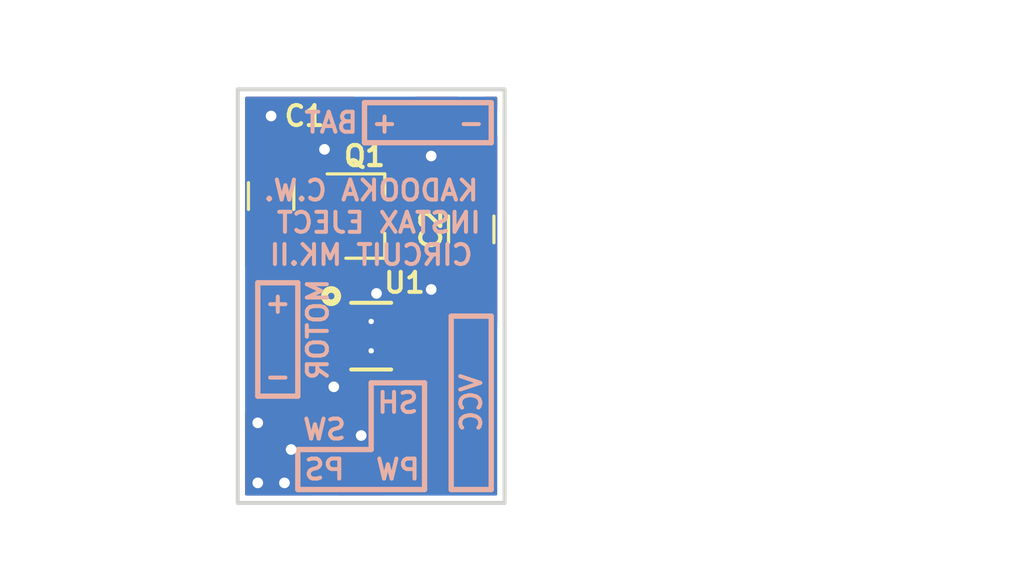
<source format=kicad_pcb>
(kicad_pcb (version 4) (host pcbnew 4.0.6)

  (general
    (links 28)
    (no_connects 0)
    (area 134.924999 93.174999 145.075001 108.825001)
    (thickness 1.6)
    (drawings 40)
    (tracks 54)
    (zones 0)
    (modules 14)
    (nets 9)
  )

  (page A4)
  (layers
    (0 F.Cu signal)
    (31 B.Cu signal)
    (32 B.Adhes user)
    (33 F.Adhes user)
    (34 B.Paste user)
    (35 F.Paste user)
    (36 B.SilkS user)
    (37 F.SilkS user)
    (38 B.Mask user)
    (39 F.Mask user)
    (40 Dwgs.User user)
    (41 Cmts.User user)
    (42 Eco1.User user)
    (43 Eco2.User user)
    (44 Edge.Cuts user)
    (45 Margin user)
    (46 B.CrtYd user)
    (47 F.CrtYd user)
    (48 B.Fab user)
    (49 F.Fab user)
  )

  (setup
    (last_trace_width 0.25)
    (user_trace_width 0.4572)
    (trace_clearance 0.2)
    (zone_clearance 0.2)
    (zone_45_only no)
    (trace_min 0.2)
    (segment_width 0.2)
    (edge_width 0.15)
    (via_size 0.6)
    (via_drill 0.4)
    (via_min_size 0.4)
    (via_min_drill 0.3)
    (user_via 0.4 0.3)
    (uvia_size 0.3)
    (uvia_drill 0.1)
    (uvias_allowed no)
    (uvia_min_size 0.2)
    (uvia_min_drill 0.1)
    (pcb_text_width 0.15)
    (pcb_text_size 0.75 0.75)
    (mod_edge_width 0.15)
    (mod_text_size 0.75 0.75)
    (mod_text_width 0.15)
    (pad_size 1.524 1.524)
    (pad_drill 0.762)
    (pad_to_mask_clearance 0.2)
    (aux_axis_origin 0 0)
    (visible_elements FFFFFF7F)
    (pcbplotparams
      (layerselection 0x00030_80000001)
      (usegerberextensions false)
      (excludeedgelayer true)
      (linewidth 0.100000)
      (plotframeref false)
      (viasonmask false)
      (mode 1)
      (useauxorigin false)
      (hpglpennumber 1)
      (hpglpenspeed 20)
      (hpglpendiameter 15)
      (hpglpenoverlay 2)
      (psnegative false)
      (psa4output false)
      (plotreference true)
      (plotvalue true)
      (plotinvisibletext false)
      (padsonsilk false)
      (subtractmaskfromsilk false)
      (outputformat 1)
      (mirror false)
      (drillshape 1)
      (scaleselection 1)
      (outputdirectory ""))
  )

  (net 0 "")
  (net 1 GND)
  (net 2 "Net-(C1-Pad2)")
  (net 3 "Net-(J1-Pad1)")
  (net 4 "Net-(J3-Pad1)")
  (net 5 "Net-(J4-Pad1)")
  (net 6 "Net-(J6-Pad1)")
  (net 7 "Net-(J10-Pad1)")
  (net 8 "Net-(U1-Pad6)")

  (net_class Default "This is the default net class."
    (clearance 0.2)
    (trace_width 0.25)
    (via_dia 0.6)
    (via_drill 0.4)
    (uvia_dia 0.3)
    (uvia_drill 0.1)
    (add_net GND)
    (add_net "Net-(C1-Pad2)")
    (add_net "Net-(J1-Pad1)")
    (add_net "Net-(J10-Pad1)")
    (add_net "Net-(J3-Pad1)")
    (add_net "Net-(J4-Pad1)")
    (add_net "Net-(J6-Pad1)")
    (add_net "Net-(U1-Pad6)")
  )

  (module Capacitors_SMD:C_0805_HandSoldering (layer F.Cu) (tedit 5B1D69B0) (tstamp 5B1C5640)
    (at 136.25 97.25 270)
    (descr "Capacitor SMD 0805, hand soldering")
    (tags "capacitor 0805")
    (path /5B1C4822)
    (attr smd)
    (fp_text reference C1 (at 0 3 270) (layer F.Fab)
      (effects (font (size 1 1) (thickness 0.15)))
    )
    (fp_text value 0.1u (at 0 4.25 270) (layer F.Fab)
      (effects (font (size 1 1) (thickness 0.15)))
    )
    (fp_text user %R (at 0 3 270) (layer F.Fab)
      (effects (font (size 1 1) (thickness 0.15)))
    )
    (fp_line (start -1 0.62) (end -1 -0.62) (layer F.Fab) (width 0.1))
    (fp_line (start 1 0.62) (end -1 0.62) (layer F.Fab) (width 0.1))
    (fp_line (start 1 -0.62) (end 1 0.62) (layer F.Fab) (width 0.1))
    (fp_line (start -1 -0.62) (end 1 -0.62) (layer F.Fab) (width 0.1))
    (fp_line (start 0.5 -0.85) (end -0.5 -0.85) (layer F.SilkS) (width 0.12))
    (fp_line (start -0.5 0.85) (end 0.5 0.85) (layer F.SilkS) (width 0.12))
    (fp_line (start -2.25 -0.88) (end 2.25 -0.88) (layer F.CrtYd) (width 0.05))
    (fp_line (start -2.25 -0.88) (end -2.25 0.87) (layer F.CrtYd) (width 0.05))
    (fp_line (start 2.25 0.87) (end 2.25 -0.88) (layer F.CrtYd) (width 0.05))
    (fp_line (start 2.25 0.87) (end -2.25 0.87) (layer F.CrtYd) (width 0.05))
    (pad 1 smd rect (at -1.25 0 270) (size 1.5 1.25) (layers F.Cu F.Paste F.Mask)
      (net 1 GND))
    (pad 2 smd rect (at 1.25 0 270) (size 1.5 1.25) (layers F.Cu F.Paste F.Mask)
      (net 2 "Net-(C1-Pad2)"))
    (model Capacitors_SMD.3dshapes/C_0805.wrl
      (at (xyz 0 0 0))
      (scale (xyz 1 1 1))
      (rotate (xyz 0 0 0))
    )
  )

  (module Capacitors_SMD:C_0805_HandSoldering (layer F.Cu) (tedit 5B1D69A7) (tstamp 5B1C5646)
    (at 143.75 98.5 270)
    (descr "Capacitor SMD 0805, hand soldering")
    (tags "capacitor 0805")
    (path /5B1C484D)
    (attr smd)
    (fp_text reference C2 (at 0 -14.75 270) (layer F.Fab)
      (effects (font (size 1 1) (thickness 0.15)))
    )
    (fp_text value 0.1u (at 0 -13.5 270) (layer F.Fab)
      (effects (font (size 1 1) (thickness 0.15)))
    )
    (fp_text user %R (at 0 -14.75 270) (layer F.Fab)
      (effects (font (size 1 1) (thickness 0.15)))
    )
    (fp_line (start -1 0.62) (end -1 -0.62) (layer F.Fab) (width 0.1))
    (fp_line (start 1 0.62) (end -1 0.62) (layer F.Fab) (width 0.1))
    (fp_line (start 1 -0.62) (end 1 0.62) (layer F.Fab) (width 0.1))
    (fp_line (start -1 -0.62) (end 1 -0.62) (layer F.Fab) (width 0.1))
    (fp_line (start 0.5 -0.85) (end -0.5 -0.85) (layer F.SilkS) (width 0.12))
    (fp_line (start -0.5 0.85) (end 0.5 0.85) (layer F.SilkS) (width 0.12))
    (fp_line (start -2.25 -0.88) (end 2.25 -0.88) (layer F.CrtYd) (width 0.05))
    (fp_line (start -2.25 -0.88) (end -2.25 0.87) (layer F.CrtYd) (width 0.05))
    (fp_line (start 2.25 0.87) (end 2.25 -0.88) (layer F.CrtYd) (width 0.05))
    (fp_line (start 2.25 0.87) (end -2.25 0.87) (layer F.CrtYd) (width 0.05))
    (pad 1 smd rect (at -1.25 0 270) (size 1.5 1.25) (layers F.Cu F.Paste F.Mask)
      (net 1 GND))
    (pad 2 smd rect (at 1.25 0 270) (size 1.5 1.25) (layers F.Cu F.Paste F.Mask)
      (net 2 "Net-(C1-Pad2)"))
    (model Capacitors_SMD.3dshapes/C_0805.wrl
      (at (xyz 0 0 0))
      (scale (xyz 1 1 1))
      (rotate (xyz 0 0 0))
    )
  )

  (module testpads:PAD_1.6MM (layer F.Cu) (tedit 5B1D6993) (tstamp 5B1C564B)
    (at 140.5 94.5)
    (path /5B1C5AFC)
    (fp_text reference J1 (at -0.5 -2.5) (layer F.Fab)
      (effects (font (size 1 1) (thickness 0.15)))
    )
    (fp_text value VBAT+ (at 0 -3.75) (layer F.Fab)
      (effects (font (size 1 1) (thickness 0.15)))
    )
    (pad 1 smd circle (at 0 0) (size 1.6 1.6) (layers F.Cu F.Mask)
      (net 3 "Net-(J1-Pad1)") (solder_mask_margin 0.07))
  )

  (module testpads:PAD_1.6MM (layer F.Cu) (tedit 5B1D6998) (tstamp 5B1C5650)
    (at 143.75 94.5)
    (path /5B1C5B3B)
    (fp_text reference J2 (at 1 -2.5) (layer F.Fab)
      (effects (font (size 1 1) (thickness 0.15)))
    )
    (fp_text value VBAT- (at 1.5 -3.75) (layer F.Fab)
      (effects (font (size 1 1) (thickness 0.15)))
    )
    (pad 1 smd circle (at 0 0) (size 1.6 1.6) (layers F.Cu F.Mask)
      (net 1 GND) (solder_mask_margin 0.07))
  )

  (module testpads:PAD_1.6MM (layer F.Cu) (tedit 5B1D69B5) (tstamp 5B1C5655)
    (at 136.5 101.25)
    (path /5B1C51F6)
    (fp_text reference J3 (at -3.75 0.5) (layer F.Fab)
      (effects (font (size 1 1) (thickness 0.15)))
    )
    (fp_text value FM+ (at -3.5 -0.75) (layer F.Fab)
      (effects (font (size 1 1) (thickness 0.15)))
    )
    (pad 1 smd circle (at 0 0) (size 1.6 1.6) (layers F.Cu F.Mask)
      (net 4 "Net-(J3-Pad1)") (solder_mask_margin 0.07))
  )

  (module testpads:PAD_1.6MM (layer F.Cu) (tedit 5B1D69BA) (tstamp 5B1C565A)
    (at 136.5 104)
    (path /5B1C5244)
    (fp_text reference J4 (at -3.75 0.75) (layer F.Fab)
      (effects (font (size 1 1) (thickness 0.15)))
    )
    (fp_text value FM- (at -3.5 -0.5) (layer F.Fab)
      (effects (font (size 1 1) (thickness 0.15)))
    )
    (pad 1 smd circle (at 0 0) (size 1.6 1.6) (layers F.Cu F.Mask)
      (net 5 "Net-(J4-Pad1)") (solder_mask_margin 0.07))
  )

  (module testpads:PAD_1.6MM (layer F.Cu) (tedit 5B1D69D3) (tstamp 5B1C565F)
    (at 143.75 102.5)
    (path /5B1C488D)
    (fp_text reference J5 (at 18 1.25) (layer F.Fab)
      (effects (font (size 1 1) (thickness 0.15)))
    )
    (fp_text value PWSW1 (at 18 0) (layer F.Fab)
      (effects (font (size 1 1) (thickness 0.15)))
    )
    (pad 1 smd circle (at 0 0) (size 1.6 1.6) (layers F.Cu F.Mask)
      (net 2 "Net-(C1-Pad2)") (solder_mask_margin 0.07))
  )

  (module testpads:PAD_1.6MM (layer F.Cu) (tedit 5B1D69CD) (tstamp 5B1C5664)
    (at 141 107.5)
    (path /5B1C4C4F)
    (fp_text reference J6 (at 14.5 1.25) (layer F.Fab)
      (effects (font (size 1 1) (thickness 0.15)))
    )
    (fp_text value PWSW2 (at 14.5 0) (layer F.Fab)
      (effects (font (size 1 1) (thickness 0.15)))
    )
    (pad 1 smd circle (at 0 0) (size 1.6 1.6) (layers F.Cu F.Mask)
      (net 6 "Net-(J6-Pad1)") (solder_mask_margin 0.07))
  )

  (module testpads:PAD_1.6MM (layer F.Cu) (tedit 5B1D69DA) (tstamp 5B1C5669)
    (at 143.75 105)
    (path /5B1C4BF8)
    (fp_text reference J7 (at 18 1.25) (layer F.Fab)
      (effects (font (size 1 1) (thickness 0.15)))
    )
    (fp_text value SHSW1 (at 18 0) (layer F.Fab)
      (effects (font (size 1 1) (thickness 0.15)))
    )
    (pad 1 smd circle (at 0 0) (size 1.6 1.6) (layers F.Cu F.Mask)
      (net 2 "Net-(C1-Pad2)") (solder_mask_margin 0.07))
  )

  (module testpads:PAD_1.6MM (layer F.Cu) (tedit 5B1D69C6) (tstamp 5B1C566E)
    (at 141 105)
    (path /5B1C4CB6)
    (fp_text reference J8 (at 14.5 1.25) (layer F.Fab)
      (effects (font (size 1 1) (thickness 0.15)))
    )
    (fp_text value SHSW2 (at 14.5 0) (layer F.Fab)
      (effects (font (size 1 1) (thickness 0.15)))
    )
    (pad 1 smd circle (at 0 0) (size 1.6 1.6) (layers F.Cu F.Mask)
      (net 7 "Net-(J10-Pad1)") (solder_mask_margin 0.07))
  )

  (module testpads:PAD_1.6MM (layer F.Cu) (tedit 5B1D69DF) (tstamp 5B1C5673)
    (at 143.75 107.5)
    (path /5B1C64F3)
    (fp_text reference J9 (at 18 1.25) (layer F.Fab)
      (effects (font (size 1 1) (thickness 0.15)))
    )
    (fp_text value PSSW1 (at 18 0) (layer F.Fab)
      (effects (font (size 1 1) (thickness 0.15)))
    )
    (pad 1 smd circle (at 0 0) (size 1.6 1.6) (layers F.Cu F.Mask)
      (net 2 "Net-(C1-Pad2)") (solder_mask_margin 0.07))
  )

  (module testpads:PAD_1.6MM (layer F.Cu) (tedit 5B1D69C3) (tstamp 5B1C5678)
    (at 138.25 107.5)
    (path /5B1C653B)
    (fp_text reference J10 (at 11.25 1.25) (layer F.Fab)
      (effects (font (size 1 1) (thickness 0.15)))
    )
    (fp_text value PSSW2 (at 11 0) (layer F.Fab)
      (effects (font (size 1 1) (thickness 0.15)))
    )
    (pad 1 smd circle (at 0 0) (size 1.6 1.6) (layers F.Cu F.Mask)
      (net 7 "Net-(J10-Pad1)") (solder_mask_margin 0.07))
  )

  (module TO_SOT_Packages_SMD:SOT-23 (layer F.Cu) (tedit 5B1D699D) (tstamp 5B1C567F)
    (at 139.75 98)
    (descr "SOT-23, Standard")
    (tags SOT-23)
    (path /5B1C837D)
    (attr smd)
    (fp_text reference Q1 (at 10 0) (layer F.Fab)
      (effects (font (size 1 1) (thickness 0.15)))
    )
    (fp_text value DMG2305UX (at 10.75 -1.25) (layer F.Fab)
      (effects (font (size 1 1) (thickness 0.15)))
    )
    (fp_text user %R (at 0 0 90) (layer F.Fab)
      (effects (font (size 0.5 0.5) (thickness 0.075)))
    )
    (fp_line (start -0.7 -0.95) (end -0.7 1.5) (layer F.Fab) (width 0.1))
    (fp_line (start -0.15 -1.52) (end 0.7 -1.52) (layer F.Fab) (width 0.1))
    (fp_line (start -0.7 -0.95) (end -0.15 -1.52) (layer F.Fab) (width 0.1))
    (fp_line (start 0.7 -1.52) (end 0.7 1.52) (layer F.Fab) (width 0.1))
    (fp_line (start -0.7 1.52) (end 0.7 1.52) (layer F.Fab) (width 0.1))
    (fp_line (start 0.76 1.58) (end 0.76 0.65) (layer F.SilkS) (width 0.12))
    (fp_line (start 0.76 -1.58) (end 0.76 -0.65) (layer F.SilkS) (width 0.12))
    (fp_line (start -1.7 -1.75) (end 1.7 -1.75) (layer F.CrtYd) (width 0.05))
    (fp_line (start 1.7 -1.75) (end 1.7 1.75) (layer F.CrtYd) (width 0.05))
    (fp_line (start 1.7 1.75) (end -1.7 1.75) (layer F.CrtYd) (width 0.05))
    (fp_line (start -1.7 1.75) (end -1.7 -1.75) (layer F.CrtYd) (width 0.05))
    (fp_line (start 0.76 -1.58) (end -1.4 -1.58) (layer F.SilkS) (width 0.12))
    (fp_line (start 0.76 1.58) (end -0.7 1.58) (layer F.SilkS) (width 0.12))
    (pad 1 smd rect (at -1 -0.95) (size 0.9 0.8) (layers F.Cu F.Paste F.Mask)
      (net 1 GND))
    (pad 2 smd rect (at -1 0.95) (size 0.9 0.8) (layers F.Cu F.Paste F.Mask)
      (net 2 "Net-(C1-Pad2)"))
    (pad 3 smd rect (at 1 0) (size 0.9 0.8) (layers F.Cu F.Paste F.Mask)
      (net 3 "Net-(J1-Pad1)"))
    (model ${KISYS3DMOD}/TO_SOT_Packages_SMD.3dshapes/SOT-23.wrl
      (at (xyz 0 0 0))
      (scale (xyz 1 1 1))
      (rotate (xyz 0 0 0))
    )
  )

  (module testpads:DRV8838_WSON (layer F.Cu) (tedit 5B1D69BF) (tstamp 5B1C569D)
    (at 140 102.5)
    (path /5B1C477F)
    (fp_text reference U1 (at 9.5 0.25) (layer F.Fab)
      (effects (font (size 1 1) (thickness 0.15)))
    )
    (fp_text value DRV8838 (at 9.5 -1) (layer F.Fab)
      (effects (font (size 1 1) (thickness 0.15)))
    )
    (fp_line (start -0.75 1.25) (end 0.75 1.25) (layer F.SilkS) (width 0.15))
    (fp_line (start -0.75 -1.25) (end 0.75 -1.25) (layer F.SilkS) (width 0.15))
    (fp_circle (center -1.5 -1.5) (end -1.25 -1.5) (layer F.SilkS) (width 0.25))
    (fp_line (start -1 -1) (end 1 -1) (layer F.Fab) (width 0.15))
    (fp_line (start 1 -1) (end 1 1) (layer F.Fab) (width 0.15))
    (fp_line (start 1 1) (end -1 1) (layer F.Fab) (width 0.15))
    (fp_line (start -1 1) (end -1 -1) (layer F.Fab) (width 0.15))
    (pad 9 smd rect (at 0 0) (size 0.8 1.5) (layers F.Cu F.Paste F.Mask)
      (net 1 GND) (solder_mask_margin 0.07) (clearance 0.07))
    (pad 1 smd rect (at -1.2 -0.75) (size 1 0.25) (layers F.Cu F.Paste F.Mask)
      (net 2 "Net-(C1-Pad2)") (solder_mask_margin 0.07) (clearance 0.07))
    (pad 2 smd rect (at -1.2 -0.25) (size 1 0.25) (layers F.Cu F.Paste F.Mask)
      (net 4 "Net-(J3-Pad1)") (solder_mask_margin 0.07) (clearance 0.07))
    (pad 3 smd rect (at -1.2 0.25) (size 1 0.25) (layers F.Cu F.Paste F.Mask)
      (net 5 "Net-(J4-Pad1)") (solder_mask_margin 0.07) (clearance 0.07))
    (pad 4 smd rect (at -1.2 0.75) (size 1 0.25) (layers F.Cu F.Paste F.Mask)
      (net 1 GND) (solder_mask_margin 0.07) (clearance 0.07))
    (pad 5 smd rect (at 1.2 0.75) (size 1 0.25) (layers F.Cu F.Paste F.Mask)
      (net 7 "Net-(J10-Pad1)") (solder_mask_margin 0.07) (clearance 0.07))
    (pad 6 smd rect (at 1.2 0.25) (size 1 0.25) (layers F.Cu F.Paste F.Mask)
      (net 8 "Net-(U1-Pad6)") (solder_mask_margin 0.07) (clearance 0.07))
    (pad 7 smd rect (at 1.2 -0.25) (size 1 0.25) (layers F.Cu F.Paste F.Mask)
      (net 6 "Net-(J6-Pad1)") (solder_mask_margin 0.07) (clearance 0.07))
    (pad 8 smd rect (at 1.2 -0.75) (size 1 0.25) (layers F.Cu F.Paste F.Mask)
      (net 2 "Net-(C1-Pad2)") (solder_mask_margin 0.07) (clearance 0.07))
    (pad 1 smd circle (at -1.7 -0.75) (size 0.25 0.25) (layers F.Cu F.Paste F.Mask)
      (net 2 "Net-(C1-Pad2)") (solder_mask_margin 0.07) (clearance 0.07))
    (pad 2 smd circle (at -1.7 -0.25) (size 0.25 0.25) (layers F.Cu F.Paste F.Mask)
      (net 4 "Net-(J3-Pad1)") (solder_mask_margin 0.07) (clearance 0.07))
    (pad 3 smd circle (at -1.7 0.25) (size 0.25 0.25) (layers F.Cu F.Paste F.Mask)
      (net 5 "Net-(J4-Pad1)") (solder_mask_margin 0.07) (clearance 0.07))
    (pad 4 smd circle (at -1.7 0.75) (size 0.25 0.25) (layers F.Cu F.Paste F.Mask)
      (net 1 GND) (solder_mask_margin 0.07) (clearance 0.07))
    (pad 5 smd circle (at 1.7 0.75) (size 0.25 0.25) (layers F.Cu F.Paste F.Mask)
      (net 7 "Net-(J10-Pad1)") (solder_mask_margin 0.07) (clearance 0.07))
    (pad 6 smd circle (at 1.7 0.25) (size 0.25 0.25) (layers F.Cu F.Paste F.Mask)
      (net 8 "Net-(U1-Pad6)") (solder_mask_margin 0.07) (clearance 0.07))
    (pad 7 smd circle (at 1.7 -0.25) (size 0.25 0.25) (layers F.Cu F.Paste F.Mask)
      (net 6 "Net-(J6-Pad1)") (solder_mask_margin 0.07) (clearance 0.07))
    (pad 8 smd circle (at 1.7 -0.75) (size 0.25 0.25) (layers F.Cu F.Paste F.Mask)
      (net 2 "Net-(C1-Pad2)") (solder_mask_margin 0.07) (clearance 0.07))
    (pad 9 thru_hole circle (at 0 -0.55) (size 0.3 0.3) (drill 0.2) (layers *.Cu *.Mask)
      (net 1 GND))
    (pad 9 thru_hole circle (at 0 0.55) (size 0.3 0.3) (drill 0.2) (layers *.Cu *.Mask)
      (net 1 GND))
  )

  (gr_text "KADOOKA C.W.\nINSTAX EJECT \nCIRCUIT MK.II" (at 140 98.25) (layer B.SilkS)
    (effects (font (size 0.75 0.75) (thickness 0.15)) (justify mirror))
  )
  (gr_text MOTOR (at 138 102.25 90) (layer B.SilkS)
    (effects (font (size 0.75 0.75) (thickness 0.15)) (justify mirror))
  )
  (gr_text SW (at 138.25 106) (layer B.SilkS)
    (effects (font (size 0.75 0.75) (thickness 0.15)) (justify mirror))
  )
  (gr_text BAT (at 138.5 94.5) (layer B.SilkS)
    (effects (font (size 0.75 0.75) (thickness 0.15)) (justify mirror))
  )
  (gr_line (start 137.25 106.75) (end 137.25 108.25) (angle 90) (layer B.SilkS) (width 0.2))
  (gr_line (start 140 106.75) (end 137.25 106.75) (angle 90) (layer B.SilkS) (width 0.2))
  (gr_line (start 140 104.25) (end 140 106.75) (angle 90) (layer B.SilkS) (width 0.2))
  (gr_line (start 142 104.25) (end 140 104.25) (angle 90) (layer B.SilkS) (width 0.2))
  (gr_line (start 142 108.25) (end 142 104.25) (angle 90) (layer B.SilkS) (width 0.2))
  (gr_line (start 142 108.25) (end 137.25 108.25) (angle 90) (layer B.SilkS) (width 0.2))
  (gr_line (start 143 108.25) (end 143 101.75) (angle 90) (layer B.SilkS) (width 0.2))
  (gr_line (start 144.5 108.25) (end 143 108.25) (angle 90) (layer B.SilkS) (width 0.2))
  (gr_line (start 144.5 101.75) (end 144.5 108.25) (angle 90) (layer B.SilkS) (width 0.2))
  (gr_line (start 143 101.75) (end 144.5 101.75) (angle 90) (layer B.SilkS) (width 0.2))
  (gr_line (start 135.75 104.75) (end 135.75 100.5) (angle 90) (layer B.SilkS) (width 0.2))
  (gr_line (start 137.25 104.75) (end 135.75 104.75) (angle 90) (layer B.SilkS) (width 0.2))
  (gr_line (start 137.25 100.5) (end 137.25 104.75) (angle 90) (layer B.SilkS) (width 0.2))
  (gr_line (start 135.75 100.5) (end 137.25 100.5) (angle 90) (layer B.SilkS) (width 0.2))
  (gr_line (start 139.75 93.75) (end 144.5 93.75) (angle 90) (layer B.SilkS) (width 0.2))
  (gr_line (start 139.75 95.25) (end 139.75 93.75) (angle 90) (layer B.SilkS) (width 0.2))
  (gr_line (start 144.5 95.25) (end 139.75 95.25) (angle 90) (layer B.SilkS) (width 0.2))
  (gr_line (start 144.5 93.75) (end 144.5 95.25) (angle 90) (layer B.SilkS) (width 0.2))
  (gr_text PS (at 138.25 107.5) (layer B.SilkS)
    (effects (font (size 0.75 0.75) (thickness 0.15)) (justify mirror))
  )
  (gr_text PW (at 141 107.5) (layer B.SilkS)
    (effects (font (size 0.75 0.75) (thickness 0.15)) (justify mirror))
  )
  (gr_text SH (at 141 105) (layer B.SilkS)
    (effects (font (size 0.75 0.75) (thickness 0.15)) (justify mirror))
  )
  (gr_text VCC (at 143.75 105 90) (layer B.SilkS)
    (effects (font (size 0.75 0.75) (thickness 0.15)) (justify mirror))
  )
  (gr_text - (at 143.75 94.5) (layer B.SilkS)
    (effects (font (size 0.75 0.75) (thickness 0.15)) (justify mirror))
  )
  (gr_text + (at 140.5 94.5) (layer B.SilkS)
    (effects (font (size 0.75 0.75) (thickness 0.15)) (justify mirror))
  )
  (gr_text - (at 136.5 104) (layer B.SilkS)
    (effects (font (size 0.75 0.75) (thickness 0.15)) (justify mirror))
  )
  (gr_text + (at 136.5 101.25) (layer B.SilkS)
    (effects (font (size 0.75 0.75) (thickness 0.15)) (justify mirror))
  )
  (gr_text U1 (at 141.25 100.5) (layer F.SilkS)
    (effects (font (size 0.75 0.75) (thickness 0.15)))
  )
  (gr_text Q1 (at 139.75 95.75) (layer F.SilkS)
    (effects (font (size 0.75 0.75) (thickness 0.15875)))
  )
  (gr_text C2 (at 142.25 98.5 90) (layer F.SilkS)
    (effects (font (size 0.75 0.75) (thickness 0.15)))
  )
  (gr_text C1 (at 137.5 94.25) (layer F.SilkS)
    (effects (font (size 0.75 0.75) (thickness 0.15)))
  )
  (dimension 10 (width 0.1875) (layer F.Fab)
    (gr_text "10.000 mm" (at 140 111.25) (layer F.Fab)
      (effects (font (size 0.75 0.75) (thickness 0.1875)))
    )
    (feature1 (pts (xy 145 109.25) (xy 145 112)))
    (feature2 (pts (xy 135 109.25) (xy 135 112)))
    (crossbar (pts (xy 135 110.5) (xy 145 110.5)))
    (arrow1a (pts (xy 145 110.5) (xy 143.873496 111.086421)))
    (arrow1b (pts (xy 145 110.5) (xy 143.873496 109.913579)))
    (arrow2a (pts (xy 135 110.5) (xy 136.126504 111.086421)))
    (arrow2b (pts (xy 135 110.5) (xy 136.126504 109.913579)))
  )
  (dimension 15.5 (width 0.1875) (layer F.Fab)
    (gr_text "15.500 mm" (at 129.25 101 270) (layer F.Fab)
      (effects (font (size 0.75 0.75) (thickness 0.1875)))
    )
    (feature1 (pts (xy 134.25 108.75) (xy 128.5 108.75)))
    (feature2 (pts (xy 134.25 93.25) (xy 128.5 93.25)))
    (crossbar (pts (xy 130 93.25) (xy 130 108.75)))
    (arrow1a (pts (xy 130 108.75) (xy 129.413579 107.623496)))
    (arrow1b (pts (xy 130 108.75) (xy 130.586421 107.623496)))
    (arrow2a (pts (xy 130 93.25) (xy 129.413579 94.376504)))
    (arrow2b (pts (xy 130 93.25) (xy 130.586421 94.376504)))
  )
  (gr_line (start 135 108.75) (end 135 93.25) (angle 90) (layer Edge.Cuts) (width 0.15))
  (gr_line (start 145 108.75) (end 135 108.75) (angle 90) (layer Edge.Cuts) (width 0.15))
  (gr_line (start 145 93.25) (end 145 108.75) (angle 90) (layer Edge.Cuts) (width 0.15))
  (gr_line (start 135 93.25) (end 145 93.25) (angle 90) (layer Edge.Cuts) (width 0.15))

  (segment (start 136.25 96) (end 136.25 94.25) (width 0.25) (layer F.Cu) (net 1))
  (via (at 136.25 94.25) (size 0.6) (drill 0.4) (layers F.Cu B.Cu) (net 1))
  (segment (start 138.75 97.05) (end 138.75 96) (width 0.25) (layer F.Cu) (net 1))
  (via (at 138.25 95.5) (size 0.6) (drill 0.4) (layers F.Cu B.Cu) (net 1))
  (segment (start 138.75 96) (end 138.25 95.5) (width 0.25) (layer F.Cu) (net 1) (tstamp 5B1D67B5))
  (segment (start 138.6 104.4) (end 138.6 105.2) (width 0.25) (layer B.Cu) (net 1))
  (via (at 138.6 104.4) (size 0.6) (drill 0.4) (layers F.Cu B.Cu) (net 1))
  (via (at 139.625 106.225) (size 0.6) (drill 0.4) (layers F.Cu B.Cu) (net 1))
  (segment (start 138.6 105.2) (end 139.625 106.225) (width 0.25) (layer B.Cu) (net 1) (tstamp 5B1D644E))
  (segment (start 140.2 100.9) (end 142.1 100.9) (width 0.25) (layer B.Cu) (net 1))
  (segment (start 140 101.1) (end 140.2 100.9) (width 0.4572) (layer F.Cu) (net 1) (tstamp 5B1C62F1))
  (via (at 140.2 100.9) (size 0.6) (drill 0.4) (layers F.Cu B.Cu) (net 1))
  (segment (start 140 102.5) (end 140 101.1) (width 0.4572) (layer F.Cu) (net 1))
  (via (at 142.25 95.75) (size 0.6) (drill 0.4) (layers F.Cu B.Cu) (net 1))
  (segment (start 142.25 100.75) (end 142.25 95.75) (width 0.25) (layer F.Cu) (net 1) (tstamp 5B1C6695))
  (via (at 142.25 100.75) (size 0.6) (drill 0.4) (layers F.Cu B.Cu) (net 1))
  (segment (start 142.1 100.9) (end 142.25 100.75) (width 0.25) (layer B.Cu) (net 1) (tstamp 5B1C6690))
  (segment (start 136.75 108) (end 136.75 107) (width 0.25) (layer B.Cu) (net 1))
  (segment (start 138.6 104.65) (end 137.5 105.75) (width 0.25) (layer F.Cu) (net 1) (tstamp 5B1C6632))
  (segment (start 137.5 105.75) (end 135.75 105.75) (width 0.25) (layer F.Cu) (net 1) (tstamp 5B1C663C))
  (via (at 135.75 105.75) (size 0.6) (drill 0.4) (layers F.Cu B.Cu) (net 1))
  (segment (start 135.75 105.75) (end 135.75 108) (width 0.25) (layer B.Cu) (net 1) (tstamp 5B1C6649))
  (via (at 135.75 108) (size 0.6) (drill 0.4) (layers F.Cu B.Cu) (net 1))
  (segment (start 135.75 108) (end 136.75 108) (width 0.25) (layer F.Cu) (net 1) (tstamp 5B1C664E))
  (via (at 136.75 108) (size 0.6) (drill 0.4) (layers F.Cu B.Cu) (net 1))
  (segment (start 138.6 104.4) (end 138.6 104.65) (width 0.25) (layer F.Cu) (net 1))
  (via (at 137 106.75) (size 0.6) (drill 0.4) (layers F.Cu B.Cu) (net 1))
  (segment (start 136.75 107) (end 137 106.75) (width 0.25) (layer B.Cu) (net 1) (tstamp 5B1C665D))
  (segment (start 138.8 103.25) (end 138.3 103.25) (width 0.25) (layer F.Cu) (net 1))
  (segment (start 138.9 104.1) (end 138.6 104.4) (width 0.4572) (layer F.Cu) (net 1) (tstamp 5B1C6315))
  (segment (start 139.6 104.1) (end 138.9 104.1) (width 0.4572) (layer F.Cu) (net 1) (tstamp 5B1C6313))
  (segment (start 140 103.7) (end 139.6 104.1) (width 0.4572) (layer F.Cu) (net 1) (tstamp 5B1C6306))
  (segment (start 140 102.5) (end 140 103.7) (width 0.4572) (layer F.Cu) (net 1))
  (segment (start 138.75 98.95) (end 140.7 98.95) (width 0.25) (layer F.Cu) (net 2))
  (segment (start 141.2 99.45) (end 141.2 101.75) (width 0.25) (layer F.Cu) (net 2) (tstamp 5B1D6E94))
  (segment (start 140.7 98.95) (end 141.2 99.45) (width 0.25) (layer F.Cu) (net 2) (tstamp 5B1D6E8A))
  (segment (start 143.75 102.5) (end 143.75 99.75) (width 0.25) (layer F.Cu) (net 2))
  (segment (start 143.75 105) (end 143.75 107.5) (width 0.25) (layer F.Cu) (net 2))
  (segment (start 143.75 102.5) (end 143.75 105) (width 0.25) (layer F.Cu) (net 2))
  (segment (start 143.75 102.5) (end 143 102.5) (width 0.25) (layer F.Cu) (net 2))
  (segment (start 143 102.5) (end 142.25 101.75) (width 0.25) (layer F.Cu) (net 2) (tstamp 5B1C5E0E))
  (segment (start 142.25 101.75) (end 141.2 101.75) (width 0.25) (layer F.Cu) (net 2) (tstamp 5B1C5E15))
  (segment (start 141.2 102.25) (end 142 102.25) (width 0.25) (layer F.Cu) (net 6))
  (segment (start 142.5 106) (end 141 107.5) (width 0.25) (layer F.Cu) (net 6) (tstamp 5B1C5E60))
  (segment (start 142.5 102.75) (end 142.5 106) (width 0.25) (layer F.Cu) (net 6) (tstamp 5B1C5E5C))
  (segment (start 142 102.25) (end 142.5 102.75) (width 0.25) (layer F.Cu) (net 6) (tstamp 5B1C5E58))
  (segment (start 141 105) (end 139.5 105) (width 0.25) (layer F.Cu) (net 7))
  (segment (start 138.25 106.25) (end 138.25 107.5) (width 0.25) (layer F.Cu) (net 7) (tstamp 5B1C5EA4))
  (segment (start 139.5 105) (end 138.25 106.25) (width 0.25) (layer F.Cu) (net 7) (tstamp 5B1C5E9B))
  (segment (start 141.2 103.25) (end 141.75 103.25) (width 0.25) (layer F.Cu) (net 7))
  (segment (start 141.75 103.25) (end 142 103.5) (width 0.25) (layer F.Cu) (net 7) (tstamp 5B1C5E85))
  (segment (start 142 103.5) (end 142 104.75) (width 0.25) (layer F.Cu) (net 7) (tstamp 5B1C5E89))
  (segment (start 142 104.75) (end 141.75 105) (width 0.25) (layer F.Cu) (net 7) (tstamp 5B1C5E8B))
  (segment (start 141.75 105) (end 141 105) (width 0.25) (layer F.Cu) (net 7) (tstamp 5B1C5E90))

  (zone (net 4) (net_name "Net-(J3-Pad1)") (layer F.Cu) (tstamp 5B1C5B2F) (hatch edge 0.508)
    (priority 1)
    (connect_pads yes (clearance 0.2))
    (min_thickness 0.1)
    (fill yes (arc_segments 16) (thermal_gap 0.2) (thermal_bridge_width 0.3))
    (polygon
      (pts
        (xy 138.1 102.125) (xy 139.3 102.125) (xy 139.3 102.375) (xy 135.375 102.375) (xy 135.375 100.125)
        (xy 137.5 100.125)
      )
    )
    (filled_polygon
      (pts
        (xy 137.92503 101.715769) (xy 137.924935 101.824265) (xy 137.981905 101.962143) (xy 138.006262 101.986542) (xy 138.052109 102.139367)
        (xy 138.061472 102.156868) (xy 138.076905 102.169347) (xy 138.1 102.175) (xy 139.25 102.175) (xy 139.25 102.325)
        (xy 135.425 102.325) (xy 135.425 100.175) (xy 137.462799 100.175)
      )
    )
  )
  (zone (net 5) (net_name "Net-(J4-Pad1)") (layer F.Cu) (tstamp 5B1C5BB3) (hatch edge 0.508)
    (priority 1)
    (connect_pads yes (clearance 0.2))
    (min_thickness 0.1)
    (fill yes (arc_segments 16) (thermal_gap 0.2) (thermal_bridge_width 0.3))
    (polygon
      (pts
        (xy 139.3 102.875) (xy 138.1 102.875) (xy 137.5 105.125) (xy 135.375 105.125) (xy 135.375 102.625)
        (xy 139.3 102.625)
      )
    )
    (filled_polygon
      (pts
        (xy 139.25 102.825) (xy 138.1 102.825) (xy 138.080547 102.828939) (xy 138.06416 102.840136) (xy 138.051688 102.862117)
        (xy 138.013206 103.006426) (xy 137.982276 103.037302) (xy 137.925065 103.175081) (xy 137.924935 103.324265) (xy 137.92707 103.329433)
        (xy 137.461586 105.075) (xy 135.425 105.075) (xy 135.425 102.675) (xy 139.25 102.675)
      )
    )
  )
  (zone (net 1) (net_name GND) (layer B.Cu) (tstamp 5B1C5C9D) (hatch edge 0.508)
    (connect_pads yes (clearance 0.2))
    (min_thickness 0.1)
    (fill yes (arc_segments 16) (thermal_gap 0.2) (thermal_bridge_width 0.3))
    (polygon
      (pts
        (xy 145 108.75) (xy 135 108.75) (xy 135 93.25) (xy 145 93.25)
      )
    )
    (filled_polygon
      (pts
        (xy 144.675 108.425) (xy 135.325 108.425) (xy 135.325 93.575) (xy 144.675 93.575)
      )
    )
  )
  (zone (net 3) (net_name "Net-(J1-Pad1)") (layer F.Cu) (tstamp 5B1D6375) (hatch edge 0.508)
    (priority 1)
    (connect_pads yes (clearance 0.2))
    (min_thickness 0.1)
    (fill yes (arc_segments 16) (thermal_gap 0.2) (thermal_bridge_width 0.3))
    (polygon
      (pts
        (xy 141.425 95.3) (xy 141.2 97.6) (xy 141.2 98.4) (xy 140.3 98.4) (xy 140.3 97.6)
        (xy 139.575 95.3) (xy 139.575 93.575) (xy 141.425 93.575)
      )
    )
    (filled_polygon
      (pts
        (xy 141.375 95.297565) (xy 141.150238 97.595132) (xy 141.15 97.6) (xy 141.15 98.35) (xy 140.35 98.35)
        (xy 140.35 97.6) (xy 140.347687 97.584968) (xy 139.625 95.292306) (xy 139.625 93.625) (xy 141.375 93.625)
      )
    )
  )
  (zone (net 2) (net_name "Net-(C1-Pad2)") (layer F.Cu) (tstamp 5B1D63C0) (hatch edge 0.508)
    (priority 1)
    (connect_pads yes (clearance 0.2))
    (min_thickness 0.1)
    (fill yes (arc_segments 16) (thermal_gap 0.2) (thermal_bridge_width 0.3))
    (polygon
      (pts
        (xy 138.3 98.55) (xy 139.2 98.55) (xy 139.2 99.35) (xy 139.3 101.625) (xy 139.3 101.875)
        (xy 138.3 101.875) (xy 138.175 101.75) (xy 137.45 99.25) (xy 135.625 99.25) (xy 135.625 97.75)
        (xy 136.875 97.75)
      )
    )
    (filled_polygon
      (pts
        (xy 138.275523 98.593599) (xy 138.3 98.6) (xy 139.15 98.6) (xy 139.15 99.35) (xy 139.150048 99.352196)
        (xy 139.25 101.626104) (xy 139.25 101.825) (xy 138.32071 101.825) (xy 138.219442 101.723732) (xy 137.498021 99.236074)
        (xy 137.48882 99.218488) (xy 137.473502 99.205867) (xy 137.45 99.2) (xy 135.675 99.2) (xy 135.675 97.8)
        (xy 136.861925 97.8)
      )
    )
  )
  (zone (net 1) (net_name GND) (layer F.Cu) (tstamp 5B1D66CA) (hatch edge 0.508)
    (connect_pads yes (clearance 0.2))
    (min_thickness 0.1)
    (fill yes (arc_segments 16) (thermal_gap 0.2) (thermal_bridge_width 0.3))
    (polygon
      (pts
        (xy 139.3 103.575) (xy 145 103.575) (xy 145 108.75) (xy 135 108.75) (xy 135 103.125)
        (xy 139.3 103.125)
      )
    )
    (filled_polygon
      (pts
        (xy 139.25 103.575) (xy 139.253939 103.594453) (xy 139.265136 103.61084) (xy 139.281827 103.621581) (xy 139.3 103.625)
        (xy 140.675818 103.625) (xy 140.7 103.629897) (xy 141.599567 103.629897) (xy 141.625 103.65533) (xy 141.625 104.139869)
        (xy 141.595554 104.110372) (xy 141.209774 103.950182) (xy 140.792058 103.949818) (xy 140.406 104.109334) (xy 140.110372 104.404446)
        (xy 140.01879 104.625) (xy 139.5 104.625) (xy 139.356493 104.653545) (xy 139.234835 104.734835) (xy 137.984835 105.984835)
        (xy 137.903545 106.106493) (xy 137.903545 106.106494) (xy 137.875 106.25) (xy 137.875 106.518845) (xy 137.656 106.609334)
        (xy 137.360372 106.904446) (xy 137.200182 107.290226) (xy 137.199818 107.707942) (xy 137.359334 108.094) (xy 137.654446 108.389628)
        (xy 137.739631 108.425) (xy 135.325 108.425) (xy 135.325 105.364875) (xy 135.375 105.375) (xy 137.5 105.375)
        (xy 137.622258 105.343066) (xy 137.697466 105.27832) (xy 137.741559 105.189416) (xy 138.278736 103.175) (xy 139.25 103.175)
      )
    )
    (filled_polygon
      (pts
        (xy 142.125 105.84467) (xy 141.428617 106.541053) (xy 141.209774 106.450182) (xy 140.792058 106.449818) (xy 140.406 106.609334)
        (xy 140.110372 106.904446) (xy 139.950182 107.290226) (xy 139.949818 107.707942) (xy 140.109334 108.094) (xy 140.404446 108.389628)
        (xy 140.489631 108.425) (xy 138.760905 108.425) (xy 138.844 108.390666) (xy 139.139628 108.095554) (xy 139.299818 107.709774)
        (xy 139.300182 107.292058) (xy 139.140666 106.906) (xy 138.845554 106.610372) (xy 138.625 106.51879) (xy 138.625 106.40533)
        (xy 139.65533 105.375) (xy 140.018845 105.375) (xy 140.109334 105.594) (xy 140.404446 105.889628) (xy 140.790226 106.049818)
        (xy 141.207942 106.050182) (xy 141.594 105.890666) (xy 141.889628 105.595554) (xy 142.035092 105.245238) (xy 142.125 105.15533)
      )
    )
  )
  (zone (net 1) (net_name GND) (layer F.Cu) (tstamp 5B1D678D) (hatch edge 0.508)
    (connect_pads (clearance 0.2))
    (min_thickness 0.1)
    (fill yes (arc_segments 16) (thermal_gap 0.2) (thermal_bridge_width 0.3))
    (polygon
      (pts
        (xy 145 102.5) (xy 135 102.5) (xy 135 93.25) (xy 145 93.25)
      )
    )
    (filled_polygon
      (pts
        (xy 140.1 101.880294) (xy 140.1 102.019706) (xy 140.03182 102.087886) (xy 140 102.056066) (xy 139.96818 102.087886)
        (xy 139.9 102.019706) (xy 139.9 101.880294) (xy 139.96818 101.812114) (xy 140 101.843934) (xy 140.03182 101.812114)
      )
    )
    (filled_polygon
      (pts
        (xy 143.204387 93.578898) (xy 143.111413 93.719991) (xy 143.75 94.358579) (xy 144.388587 93.719991) (xy 144.295613 93.578898)
        (xy 144.284538 93.575) (xy 144.675 93.575) (xy 144.675 93.963798) (xy 144.671102 93.954387) (xy 144.530009 93.861413)
        (xy 143.891421 94.5) (xy 144.530009 95.138587) (xy 144.671102 95.045613) (xy 144.675 95.034538) (xy 144.675 101.989095)
        (xy 144.640666 101.906) (xy 144.345554 101.610372) (xy 144.125 101.51879) (xy 144.125 100.754897) (xy 144.375 100.754897)
        (xy 144.467644 100.737465) (xy 144.552732 100.682712) (xy 144.609815 100.599169) (xy 144.629897 100.5) (xy 144.629897 99)
        (xy 144.612465 98.907356) (xy 144.557712 98.822268) (xy 144.474169 98.765185) (xy 144.375 98.745103) (xy 143.125 98.745103)
        (xy 143.032356 98.762535) (xy 142.947268 98.817288) (xy 142.890185 98.900831) (xy 142.870103 99) (xy 142.870103 100.5)
        (xy 142.887535 100.592644) (xy 142.942288 100.677732) (xy 143.025831 100.734815) (xy 143.125 100.754897) (xy 143.375 100.754897)
        (xy 143.375 101.518845) (xy 143.156 101.609334) (xy 142.897606 101.867276) (xy 142.515165 101.484835) (xy 142.393507 101.403545)
        (xy 142.25 101.375) (xy 141.724182 101.375) (xy 141.7 101.370103) (xy 141.575 101.370103) (xy 141.575 99.45)
        (xy 141.546455 99.306494) (xy 141.465165 99.184835) (xy 140.965165 98.684835) (xy 140.92036 98.654897) (xy 141.2 98.654897)
        (xy 141.292644 98.637465) (xy 141.377732 98.582712) (xy 141.434815 98.499169) (xy 141.454897 98.4) (xy 141.454897 97.6)
        (xy 141.45246 97.587049) (xy 141.469535 97.4125) (xy 142.875 97.4125) (xy 142.875 98.049728) (xy 142.91306 98.141614)
        (xy 142.983386 98.21194) (xy 143.075272 98.25) (xy 143.5875 98.25) (xy 143.65 98.1875) (xy 143.65 97.35)
        (xy 143.85 97.35) (xy 143.85 98.1875) (xy 143.9125 98.25) (xy 144.424728 98.25) (xy 144.516614 98.21194)
        (xy 144.58694 98.141614) (xy 144.625 98.049728) (xy 144.625 97.4125) (xy 144.5625 97.35) (xy 143.85 97.35)
        (xy 143.65 97.35) (xy 142.9375 97.35) (xy 142.875 97.4125) (xy 141.469535 97.4125) (xy 141.563666 96.450272)
        (xy 142.875 96.450272) (xy 142.875 97.0875) (xy 142.9375 97.15) (xy 143.65 97.15) (xy 143.65 96.3125)
        (xy 143.85 96.3125) (xy 143.85 97.15) (xy 144.5625 97.15) (xy 144.625 97.0875) (xy 144.625 96.450272)
        (xy 144.58694 96.358386) (xy 144.516614 96.28806) (xy 144.424728 96.25) (xy 143.9125 96.25) (xy 143.85 96.3125)
        (xy 143.65 96.3125) (xy 143.5875 96.25) (xy 143.075272 96.25) (xy 142.983386 96.28806) (xy 142.91306 96.358386)
        (xy 142.875 96.450272) (xy 141.563666 96.450272) (xy 141.673812 95.32434) (xy 141.675 95.3) (xy 141.675 95.280009)
        (xy 143.111413 95.280009) (xy 143.204387 95.421102) (xy 143.59841 95.559784) (xy 144.015511 95.537124) (xy 144.295613 95.421102)
        (xy 144.388587 95.280009) (xy 143.75 94.641421) (xy 143.111413 95.280009) (xy 141.675 95.280009) (xy 141.675 94.34841)
        (xy 142.690216 94.34841) (xy 142.712876 94.765511) (xy 142.828898 95.045613) (xy 142.969991 95.138587) (xy 143.608579 94.5)
        (xy 142.969991 93.861413) (xy 142.828898 93.954387) (xy 142.690216 94.34841) (xy 141.675 94.34841) (xy 141.675 93.575)
        (xy 143.213798 93.575)
      )
    )
    (filled_polygon
      (pts
        (xy 140.825 99.60533) (xy 140.825 101.370103) (xy 140.7 101.370103) (xy 140.607356 101.387535) (xy 140.522268 101.442288)
        (xy 140.475532 101.510688) (xy 140.449728 101.5) (xy 140.1625 101.5) (xy 140.1 101.5625) (xy 140.1 101.562695)
        (xy 140.020656 101.542687) (xy 139.898159 101.560659) (xy 139.8375 101.5) (xy 139.550272 101.5) (xy 139.544846 101.502248)
        (xy 139.451072 99.368889) (xy 139.454897 99.35) (xy 139.454897 99.325) (xy 140.54467 99.325)
      )
    )
    (filled_polygon
      (pts
        (xy 139.325 95.3) (xy 139.336565 95.375159) (xy 140.045103 97.622935) (xy 140.045103 98.4) (xy 140.062535 98.492644)
        (xy 140.11553 98.575) (xy 139.454897 98.575) (xy 139.454897 98.55) (xy 139.437465 98.457356) (xy 139.382712 98.372268)
        (xy 139.299169 98.315185) (xy 139.2 98.295103) (xy 138.356654 98.295103) (xy 137.005234 97.536411) (xy 136.974169 97.515185)
        (xy 136.875 97.495103) (xy 135.625 97.495103) (xy 135.532356 97.512535) (xy 135.447268 97.567288) (xy 135.390185 97.650831)
        (xy 135.370103 97.75) (xy 135.370103 99.25) (xy 135.387535 99.342644) (xy 135.442288 99.427732) (xy 135.525831 99.484815)
        (xy 135.625 99.504897) (xy 136.875 99.504897) (xy 136.901026 99.5) (xy 137.2622 99.5) (xy 137.37095 99.875)
        (xy 135.375 99.875) (xy 135.325 99.884408) (xy 135.325 97.2125) (xy 138.05 97.2125) (xy 138.05 97.499728)
        (xy 138.08806 97.591614) (xy 138.158386 97.66194) (xy 138.250272 97.7) (xy 138.5875 97.7) (xy 138.65 97.6375)
        (xy 138.65 97.15) (xy 138.85 97.15) (xy 138.85 97.6375) (xy 138.9125 97.7) (xy 139.249728 97.7)
        (xy 139.341614 97.66194) (xy 139.41194 97.591614) (xy 139.45 97.499728) (xy 139.45 97.2125) (xy 139.3875 97.15)
        (xy 138.85 97.15) (xy 138.65 97.15) (xy 138.1125 97.15) (xy 138.05 97.2125) (xy 135.325 97.2125)
        (xy 135.325 96.1625) (xy 135.375 96.1625) (xy 135.375 96.799728) (xy 135.41306 96.891614) (xy 135.483386 96.96194)
        (xy 135.575272 97) (xy 136.0875 97) (xy 136.15 96.9375) (xy 136.15 96.1) (xy 136.35 96.1)
        (xy 136.35 96.9375) (xy 136.4125 97) (xy 136.924728 97) (xy 137.016614 96.96194) (xy 137.08694 96.891614)
        (xy 137.125 96.799728) (xy 137.125 96.600272) (xy 138.05 96.600272) (xy 138.05 96.8875) (xy 138.1125 96.95)
        (xy 138.65 96.95) (xy 138.65 96.4625) (xy 138.85 96.4625) (xy 138.85 96.95) (xy 139.3875 96.95)
        (xy 139.45 96.8875) (xy 139.45 96.600272) (xy 139.41194 96.508386) (xy 139.341614 96.43806) (xy 139.249728 96.4)
        (xy 138.9125 96.4) (xy 138.85 96.4625) (xy 138.65 96.4625) (xy 138.5875 96.4) (xy 138.250272 96.4)
        (xy 138.158386 96.43806) (xy 138.08806 96.508386) (xy 138.05 96.600272) (xy 137.125 96.600272) (xy 137.125 96.1625)
        (xy 137.0625 96.1) (xy 136.35 96.1) (xy 136.15 96.1) (xy 135.4375 96.1) (xy 135.375 96.1625)
        (xy 135.325 96.1625) (xy 135.325 95.200272) (xy 135.375 95.200272) (xy 135.375 95.8375) (xy 135.4375 95.9)
        (xy 136.15 95.9) (xy 136.15 95.0625) (xy 136.35 95.0625) (xy 136.35 95.9) (xy 137.0625 95.9)
        (xy 137.125 95.8375) (xy 137.125 95.200272) (xy 137.08694 95.108386) (xy 137.016614 95.03806) (xy 136.924728 95)
        (xy 136.4125 95) (xy 136.35 95.0625) (xy 136.15 95.0625) (xy 136.0875 95) (xy 135.575272 95)
        (xy 135.483386 95.03806) (xy 135.41306 95.108386) (xy 135.375 95.200272) (xy 135.325 95.200272) (xy 135.325 93.575)
        (xy 139.325 93.575)
      )
    )
  )
)

</source>
